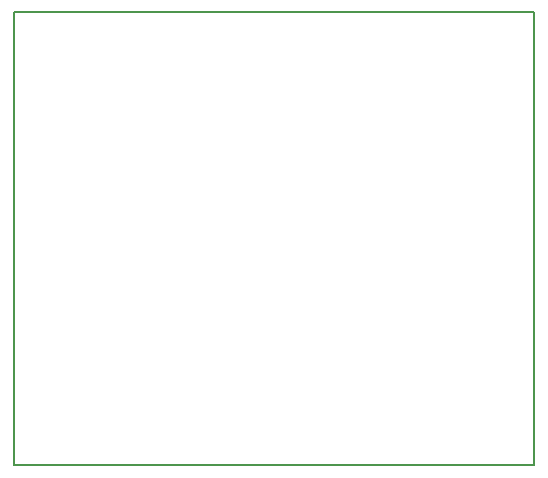
<source format=gm1>
G04 MADE WITH FRITZING*
G04 WWW.FRITZING.ORG*
G04 DOUBLE SIDED*
G04 HOLES PLATED*
G04 CONTOUR ON CENTER OF CONTOUR VECTOR*
%ASAXBY*%
%FSLAX23Y23*%
%MOIN*%
%OFA0B0*%
%SFA1.0B1.0*%
%ADD10R,1.739960X1.518060*%
%ADD11C,0.008000*%
%ADD10C,0.008*%
%LNCONTOUR*%
G90*
G70*
G54D10*
G54D11*
X4Y1514D02*
X1736Y1514D01*
X1736Y4D01*
X4Y4D01*
X4Y1514D01*
D02*
G04 End of contour*
M02*
</source>
